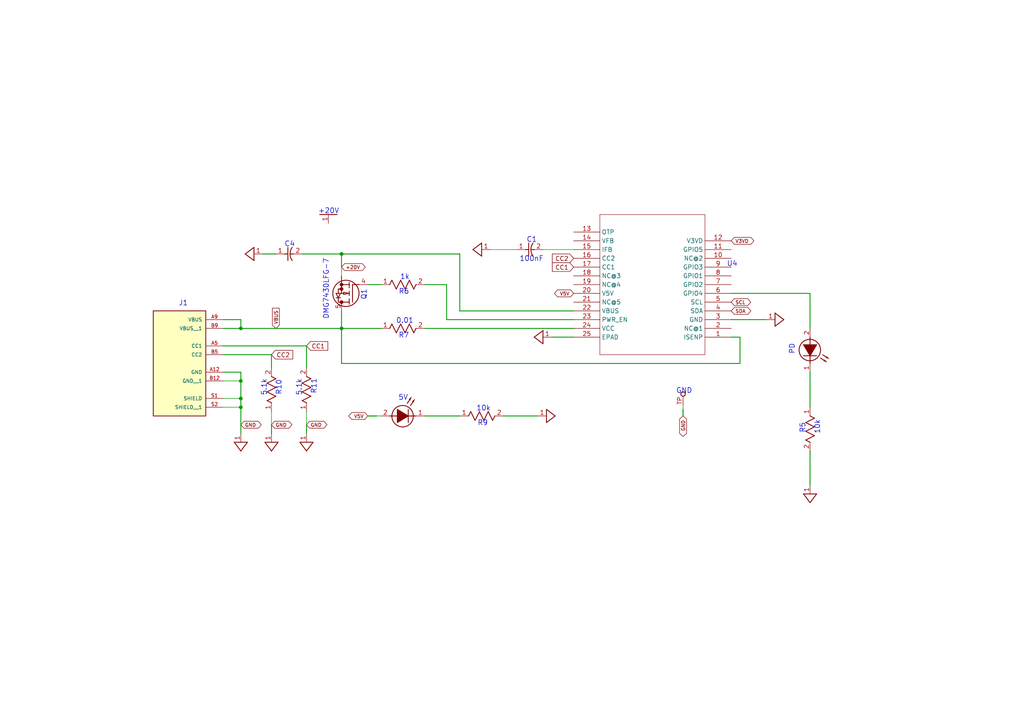
<source format=kicad_sch>
(kicad_sch (version 20231120) (generator "eeschema") (generator_version "8.0")
  (paper "A4")
  (lib_symbols
    (symbol "Clock Controller-eagle-import:+20V_34" (power)
      (symbol "+20V_34_1_0"
        (polyline (pts (xy -2.54 0) (xy 2.54 0)) (stroke (width 0.25)))
        (pin power_in line (at 0 -2.54 90) (length 2.54) (name "+24V") (number "1"))
      )
    )
    (symbol "Clock Controller-eagle-import:AP33772DKZ-13"
      (symbol "AP33772DKZ-13_1_0"
        (polyline (pts (xy -38.1 -5.08) (xy -7.62 -5.08)) (stroke (width 0.127)))
        (polyline (pts (xy -38.1 35.56) (xy -38.1 -5.08)) (stroke (width 0.127)))
        (polyline (pts (xy -7.62 -5.08) (xy -7.62 35.56)) (stroke (width 0.127)))
        (polyline (pts (xy -7.62 35.56) (xy -38.1 35.56)) (stroke (width 0.127)))
        (pin bidirectional line (at 0 0 180) (length 7.62) (name "ISENP") (number "1"))
        (pin passive line (at 0 22.86 180) (length 7.62) (name "NC@2") (number "10"))
        (pin bidirectional line (at 0 25.4 180) (length 7.62) (name "GPIO5") (number "11"))
        (pin power_in line (at 0 27.94 180) (length 7.62) (name "V3VD") (number "12"))
        (pin bidirectional line (at -45.72 30.48 0) (length 7.62) (name "OTP") (number "13"))
        (pin input line (at -45.72 27.94 0) (length 7.62) (name "VFB") (number "14"))
        (pin input line (at -45.72 25.4 0) (length 7.62) (name "IFB") (number "15"))
        (pin bidirectional line (at -45.72 22.86 0) (length 7.62) (name "CC2") (number "16"))
        (pin bidirectional line (at -45.72 20.32 0) (length 7.62) (name "CC1") (number "17"))
        (pin passive line (at -45.72 17.78 0) (length 7.62) (name "NC@3") (number "18"))
        (pin passive line (at -45.72 15.24 0) (length 7.62) (name "NC@4") (number "19"))
        (pin passive line (at 0 2.54 180) (length 7.62) (name "NC@1") (number "2"))
        (pin power_in line (at -45.72 12.7 0) (length 7.62) (name "V5V") (number "20"))
        (pin passive line (at -45.72 10.16 0) (length 7.62) (name "NC@5") (number "21"))
        (pin power_in line (at -45.72 7.62 0) (length 7.62) (name "VBUS") (number "22"))
        (pin power_in line (at -45.72 5.08 0) (length 7.62) (name "PWR_EN") (number "23"))
        (pin power_in line (at -45.72 2.54 0) (length 7.62) (name "VCC") (number "24"))
        (pin power_in line (at -45.72 0 0) (length 7.62) (name "EPAD") (number "25"))
        (pin power_in line (at 0 5.08 180) (length 7.62) (name "GND") (number "3"))
        (pin bidirectional line (at 0 7.62 180) (length 7.62) (name "SDA") (number "4"))
        (pin bidirectional line (at 0 10.16 180) (length 7.62) (name "SCL") (number "5"))
        (pin bidirectional line (at 0 12.7 180) (length 7.62) (name "GPIO4") (number "6"))
        (pin bidirectional line (at 0 15.24 180) (length 7.62) (name "GPIO2") (number "7"))
        (pin bidirectional line (at 0 17.78 180) (length 7.62) (name "GPIO1") (number "8"))
        (pin bidirectional line (at 0 20.32 180) (length 7.62) (name "GPIO3") (number "9"))
      )
    )
    (symbol "Clock Controller-eagle-import:CAP_0805"
      (symbol "CAP_0805_1_0"
        (polyline (pts (xy -1.27 0) (xy -0.33 0)) (stroke (width 0.25)))
        (polyline (pts (xy -0.33 -1.905) (xy -0.33 1.905)) (stroke (width 0.25)))
        (polyline (pts (xy 0.305 0) (xy 1.27 0)) (stroke (width 0.25)))
        (arc (start 0.944 1.911) (mid 0.3044 0.0001) (end 0.9439 -1.9109) (stroke (width 0.254)))
        (pin passive line (at -3.81 0 0) (length 2.54) (name "1") (number "1"))
        (pin passive line (at 3.81 0 180) (length 2.54) (name "2") (number "2"))
      )
    )
    (symbol "Clock Controller-eagle-import:CAP_1206"
      (symbol "CAP_1206_1_0"
        (polyline (pts (xy -1.27 0) (xy -0.33 0)) (stroke (width 0.25)))
        (polyline (pts (xy -0.33 -1.905) (xy -0.33 1.905)) (stroke (width 0.25)))
        (polyline (pts (xy 0.305 0) (xy 1.27 0)) (stroke (width 0.25)))
        (arc (start 0.944 1.911) (mid 0.3044 0.0001) (end 0.9439 -1.9109) (stroke (width 0.254)))
        (pin passive line (at -3.81 0 0) (length 2.54) (name "1") (number "1"))
        (pin passive line (at 3.81 0 180) (length 2.54) (name "2") (number "2"))
      )
    )
    (symbol "Clock Controller-eagle-import:DMG7430LFG-7"
      (symbol "DMG7430LFG-7_1_0"
        (polyline (pts (xy 3.81 0) (xy 5.715 0)) (stroke (width 0.25)))
        (polyline (pts (xy 5.715 0) (xy 5.715 5.08)) (stroke (width 0.25)))
        (polyline (pts (xy 6.655 -0.635) (xy 6.655 0.94)) (stroke (width 0.25)))
        (polyline (pts (xy 6.655 0) (xy 8.89 0)) (stroke (width 0.25)))
        (polyline (pts (xy 6.655 1.905) (xy 6.655 3.175)) (stroke (width 0.25)))
        (polyline (pts (xy 6.655 2.54) (xy 6.985 2.54)) (stroke (width 0.25)))
        (polyline (pts (xy 6.655 4.115) (xy 6.655 5.715)) (stroke (width 0.25)))
        (polyline (pts (xy 6.655 5.08) (xy 9.83 5.08)) (stroke (width 0.25)))
        (polyline (pts (xy 6.985 2.54) (xy 8.255 2.845)) (stroke (width 0.25)))
        (polyline (pts (xy 8.255 2.21) (xy 6.985 2.54)) (stroke (width 0.25)))
        (polyline (pts (xy 8.255 2.54) (xy 8.89 2.54)) (stroke (width 0.25)))
        (polyline (pts (xy 8.255 2.845) (xy 8.255 2.21)) (stroke (width 0.25)))
        (polyline (pts (xy 8.89 0) (xy 8.89 2.54)) (stroke (width 0.25)))
        (polyline (pts (xy 8.89 1.27) (xy 9.83 1.27)) (stroke (width 0.25)))
        (polyline (pts (xy 9.195 2.54) (xy 10.465 2.54)) (stroke (width 0.25)))
        (polyline (pts (xy 9.195 3.81) (xy 10.465 3.81)) (stroke (width 0.25)))
        (polyline (pts (xy 9.83 1.27) (xy 9.83 2.54)) (stroke (width 0.25)))
        (polyline (pts (xy 9.83 3.81) (xy 9.195 2.54)) (stroke (width 0.25)))
        (polyline (pts (xy 9.83 3.81) (xy 9.83 5.08)) (stroke (width 0.25)))
        (polyline (pts (xy 10.465 2.54) (xy 9.83 3.81)) (stroke (width 0.25)))
        (circle (center 7.62 2.54) (radius 3.81) (stroke (width 0.254)))
        (circle (center 8.89 0) (radius 0.025) (stroke (width 0.508)))
        (circle (center 8.89 1.27) (radius 0.025) (stroke (width 0.508)))
        (circle (center 8.89 5.08) (radius 0.025) (stroke (width 0.508)))
        (pin passive line (at 8.89 -2.54 90) (length 2.54) (name "S") (number "1"))
        (pin passive line (at 8.89 -2.54 90) (length 2.54) (name "S") (number "2"))
        (pin passive line (at 1.27 0 0) (length 2.54) (name "G") (number "4"))
        (pin passive line (at 8.89 7.62 270) (length 2.54) (name "D") (number "5"))
      )
    )
    (symbol "Clock Controller-eagle-import:GND_DIGITAL" (power)
      (symbol "GND_DIGITAL_1_0"
        (polyline (pts (xy -1.905 1.27) (xy 0 -1.27)) (stroke (width 0.25)))
        (polyline (pts (xy -1.905 1.27) (xy 1.905 1.27)) (stroke (width 0.25)))
        (polyline (pts (xy 0 -1.27) (xy 1.905 1.27)) (stroke (width 0.25)))
        (pin power_in line (at 0 3.81 270) (length 2.54) (name "GNDD") (number "1"))
      )
    )
    (symbol "Clock Controller-eagle-import:LED_1206(3216_METRIC)_N_BLUE"
      (symbol "LED_1206(3216_METRIC)_N_BLUE_1_0"
        (circle (center -0.067 -0.067) (radius 3.108) (stroke (width 0.254)))
        (polyline (pts (xy -3.81 0) (xy -1.6 0)) (stroke (width 0.25)))
        (polyline (pts (xy -1.6 -1.905) (xy 1.575 0)) (stroke (width 0.25)))
        (polyline (pts (xy -1.6 1.905) (xy -1.6 -1.905)) (stroke (width 0.25)))
        (polyline (pts (xy 1.295 3.677) (xy 1.988 4.722)) (stroke (width 0.25)))
        (polyline (pts (xy 1.575 -1.905) (xy 1.575 1.905)) (stroke (width 0.25)))
        (polyline (pts (xy 1.575 0) (xy -1.6 1.905)) (stroke (width 0.25)))
        (polyline (pts (xy 1.575 0) (xy 3.81 0)) (stroke (width 0.25)))
        (polyline (pts (xy 2.248 3.042) (xy 2.94 4.087)) (stroke (width 0.25)))
        (polyline (pts (xy -1.6 1.905) (xy 1.575 0) (xy -1.6 -1.905)) (stroke (width 0.002)) (fill (type outline)))
        (polyline (pts (xy 2.54 5.556) (xy 1.779 4.86) (xy 2.196 4.584)) (stroke (width 0.002)) (fill (type outline)))
        (polyline (pts (xy 3.492 4.921) (xy 2.732 4.225) (xy 3.149 3.949)) (stroke (width 0.002)) (fill (type outline)))
        (pin passive line (at 6.35 0 180) (length 2.54) (name "K") (number "1"))
        (pin passive line (at -6.35 0 0) (length 2.54) (name "A") (number "2"))
      )
    )
    (symbol "Clock Controller-eagle-import:LED_1206(3216_METRIC)_N_GREEN"
      (symbol "LED_1206(3216_METRIC)_N_GREEN_1_0"
        (circle (center -0.067 -0.067) (radius 3.108) (stroke (width 0.254)))
        (polyline (pts (xy -3.81 0) (xy -1.6 0)) (stroke (width 0.25)))
        (polyline (pts (xy -1.6 -1.905) (xy 1.575 0)) (stroke (width 0.25)))
        (polyline (pts (xy -1.6 1.905) (xy -1.6 -1.905)) (stroke (width 0.25)))
        (polyline (pts (xy 1.295 3.677) (xy 1.988 4.722)) (stroke (width 0.25)))
        (polyline (pts (xy 1.575 -1.905) (xy 1.575 1.905)) (stroke (width 0.25)))
        (polyline (pts (xy 1.575 0) (xy -1.6 1.905)) (stroke (width 0.25)))
        (polyline (pts (xy 1.575 0) (xy 3.81 0)) (stroke (width 0.25)))
        (polyline (pts (xy 2.248 3.042) (xy 2.94 4.087)) (stroke (width 0.25)))
        (polyline (pts (xy -1.6 1.905) (xy 1.575 0) (xy -1.6 -1.905)) (stroke (width 0.002)) (fill (type outline)))
        (polyline (pts (xy 2.54 5.556) (xy 1.779 4.86) (xy 2.196 4.584)) (stroke (width 0.002)) (fill (type outline)))
        (polyline (pts (xy 3.492 4.921) (xy 2.732 4.225) (xy 3.149 3.949)) (stroke (width 0.002)) (fill (type outline)))
        (pin passive line (at 6.35 0 180) (length 2.54) (name "K") (number "1"))
        (pin passive line (at -6.35 0 0) (length 2.54) (name "A") (number "2"))
      )
    )
    (symbol "Clock Controller-eagle-import:RES_0805"
      (symbol "RES_0805_1_0"
        (polyline (pts (xy -3.81 0) (xy -3.175 1.27)) (stroke (width 0.25)))
        (polyline (pts (xy -3.175 1.27) (xy -1.905 -1.27)) (stroke (width 0.25)))
        (polyline (pts (xy -1.905 -1.27) (xy -0.635 1.27)) (stroke (width 0.25)))
        (polyline (pts (xy -0.635 1.27) (xy 0.635 -1.27)) (stroke (width 0.25)))
        (polyline (pts (xy 0.635 -1.27) (xy 1.905 1.27)) (stroke (width 0.25)))
        (polyline (pts (xy 1.905 1.27) (xy 3.175 -1.27)) (stroke (width 0.25)))
        (polyline (pts (xy 3.175 -1.27) (xy 3.81 0)) (stroke (width 0.25)))
        (pin passive line (at -6.35 0 0) (length 2.54) (name "1") (number "1"))
        (pin passive line (at 6.35 0 180) (length 2.54) (name "2") (number "2"))
      )
    )
    (symbol "Clock Controller-eagle-import:RES_1206"
      (symbol "RES_1206_1_0"
        (polyline (pts (xy -3.81 0) (xy -3.175 1.27)) (stroke (width 0.25)))
        (polyline (pts (xy -3.175 1.27) (xy -1.905 -1.27)) (stroke (width 0.25)))
        (polyline (pts (xy -1.905 -1.27) (xy -0.635 1.27)) (stroke (width 0.25)))
        (polyline (pts (xy -0.635 1.27) (xy 0.635 -1.27)) (stroke (width 0.25)))
        (polyline (pts (xy 0.635 -1.27) (xy 1.905 1.27)) (stroke (width 0.25)))
        (polyline (pts (xy 1.905 1.27) (xy 3.175 -1.27)) (stroke (width 0.25)))
        (polyline (pts (xy 3.175 -1.27) (xy 3.81 0)) (stroke (width 0.25)))
        (pin passive line (at -6.35 0 0) (length 2.54) (name "1") (number "1"))
        (pin passive line (at 6.35 0 180) (length 2.54) (name "2") (number "2"))
      )
    )
    (symbol "Clock Controller-eagle-import:TP_1.25MM"
      (symbol "TP_1.25MM_1_0"
        (circle (center 0 0.635) (radius 0.635) (stroke (width 0.254)))
        (pin passive line (at 0 -2.54 90) (length 2.54) (name "TP") (number "TP"))
      )
    )
    (symbol "Connector USB:UJC-VP-3-SMT-TR" (pin_names (offset 1.016))
      (property "Reference" "J" (at -7.62 10.922 0))
      (property "Value" "UJC-VP-3-SMT-TR" (at -7.62 -21.082 0))
      (symbol "UJC-VP-3-SMT-TR_0_0"
        (rectangle (start -7.62 -20.32) (end 7.62 10.16) (stroke (width 0.254)) (fill (type background)))
        (pin power_in line (at 12.7 -7.62 180) (length 5.08) (name "GND") (number "A12"))
        (pin passive line (at 12.7 0 180) (length 5.08) (name "CC1") (number "A5"))
        (pin power_in line (at 12.7 7.62 180) (length 5.08) (name "VBUS") (number "A9"))
        (pin power_in line (at 12.7 -10.16 180) (length 5.08) (name "GND__1") (number "B12"))
        (pin passive line (at 12.7 -2.54 180) (length 5.08) (name "CC2") (number "B5"))
        (pin power_in line (at 12.7 5.08 180) (length 5.08) (name "VBUS__1") (number "B9"))
        (pin passive line (at 12.7 -15.24 180) (length 5.08) (name "SHIELD") (number "S1"))
        (pin passive line (at 12.7 -17.78 180) (length 5.08) (name "SHIELD__1") (number "S2"))
      )
    )
  )
  (junction (at 69.85 95.25))
  (junction (at 69.85 115.57))
  (junction (at 99.06 95.25))
  (junction (at 99.06 73.66))
  (junction (at 69.85 110.49))
  (junction (at 69.85 118.11))
  (wire (pts (xy 78.74 123.19) (xy 78.74 119.38)))
  (wire (pts (xy 129.54 92.71) (xy 129.54 82.55)) (stroke (width 0.25)))
  (wire (pts (xy 88.9 123.19) (xy 88.9 125.73)) (stroke (width 0.25)))
  (wire (pts (xy 214.63 97.79) (xy 214.63 105.41)) (stroke (width 0.25)))
  (wire (pts (xy 146.05 120.65) (xy 155.956 120.65)) (stroke (width 0.25)))
  (wire (pts (xy 198.12 120.65) (xy 198.12 118.745)) (stroke (width 0.25)))
  (wire (pts (xy 106.68 120.65) (xy 109.22 120.65)) (stroke (width 0.25)))
  (wire (pts (xy 78.74 123.19) (xy 78.74 125.73)) (stroke (width 0.25)))
  (wire (pts (xy 99.06 77.47) (xy 99.06 80.01)))
  (wire (pts (xy 212.09 97.79) (xy 214.63 97.79)) (stroke (width 0.25)))
  (wire (pts (xy 110.49 82.55) (xy 106.68 82.55)) (stroke (width 0.25)))
  (wire (pts (xy 64.77 118.11) (xy 69.85 118.11)))
  (wire (pts (xy 99.06 95.25) (xy 69.85 95.25)) (stroke (width 0.25)))
  (wire (pts (xy 110.49 95.25) (xy 99.06 95.25)) (stroke (width 0.25)))
  (wire (pts (xy 69.85 118.11) (xy 69.85 115.57)))
  (wire (pts (xy 99.06 77.47) (xy 99.06 73.66)) (stroke (width 0.25)))
  (wire (pts (xy 123.19 95.25) (xy 166.37 95.25)) (stroke (width 0.25)))
  (wire (pts (xy 198.12 120.65) (xy 198.12 117.475)))
  (wire (pts (xy 99.06 73.66) (xy 133.35 73.66)) (stroke (width 0.25)))
  (wire (pts (xy 99.06 90.17) (xy 99.06 95.25)) (stroke (width 0.25)))
  (wire (pts (xy 166.37 92.71) (xy 129.54 92.71)) (stroke (width 0.25)))
  (wire (pts (xy 234.95 107.95) (xy 234.95 118.11)) (stroke (width 0.25)))
  (wire (pts (xy 133.35 73.66) (xy 133.35 90.17)) (stroke (width 0.25)))
  (wire (pts (xy 142.24 72.39) (xy 149.86 72.39)))
  (wire (pts (xy 212.09 85.09) (xy 234.95 85.09)) (stroke (width 0.25)))
  (wire (pts (xy 64.77 92.71) (xy 69.85 92.71)) (stroke (width 0.25)))
  (wire (pts (xy 87.63 73.66) (xy 99.06 73.66)) (stroke (width 0.25)))
  (wire (pts (xy 64.77 102.87) (xy 78.74 102.87)) (stroke (width 0.25)))
  (wire (pts (xy 123.19 120.65) (xy 133.35 120.65)) (stroke (width 0.25)))
  (wire (pts (xy 78.74 102.87) (xy 78.74 106.68)) (stroke (width 0.25)))
  (wire (pts (xy 234.95 130.81) (xy 234.95 140.716)) (stroke (width 0.25)))
  (wire (pts (xy 69.85 115.57) (xy 69.85 113.03)))
  (wire (pts (xy 133.35 90.17) (xy 166.37 90.17)) (stroke (width 0.25)))
  (wire (pts (xy 160.02 97.79) (xy 166.37 97.79)) (stroke (width 0.25)))
  (wire (pts (xy 80.01 73.66) (xy 76.2 73.66)) (stroke (width 0.25)))
  (wire (pts (xy 88.9 100.33) (xy 88.9 106.68)) (stroke (width 0.25)))
  (wire (pts (xy 69.85 107.95) (xy 69.85 110.49)) (stroke (width 0.25)))
  (wire (pts (xy 69.85 110.49) (xy 69.85 107.95)))
  (wire (pts (xy 64.77 100.33) (xy 88.9 100.33)) (stroke (width 0.25)))
  (wire (pts (xy 129.54 82.55) (xy 123.19 82.55)) (stroke (width 0.25)))
  (wire (pts (xy 88.9 123.19) (xy 88.9 119.38)))
  (wire (pts (xy 214.63 105.41) (xy 99.06 105.41)) (stroke (width 0.25)))
  (wire (pts (xy 99.06 105.41) (xy 99.06 95.25)) (stroke (width 0.25)))
  (wire (pts (xy 106.68 120.65) (xy 110.49 120.65)))
  (wire (pts (xy 64.77 115.57) (xy 69.85 115.57)))
  (wire (pts (xy 157.48 72.39) (xy 166.37 72.39)))
  (wire (pts (xy 69.85 115.57) (xy 69.85 118.11)) (stroke (width 0.25)))
  (wire (pts (xy 64.77 110.49) (xy 69.85 110.49)))
  (wire (pts (xy 64.77 107.95) (xy 69.85 107.95)) (stroke (width 0.25)))
  (wire (pts (xy 69.85 118.11) (xy 69.85 125.73)) (stroke (width 0.25)))
  (wire (pts (xy 234.95 85.09) (xy 234.95 95.25)) (stroke (width 0.25)))
  (wire (pts (xy 69.85 92.71) (xy 69.85 95.25)) (stroke (width 0.25)))
  (wire (pts (xy 212.09 92.71) (xy 222.25 92.71)) (stroke (width 0.25)))
  (wire (pts (xy 69.85 110.49) (xy 69.85 115.57)) (stroke (width 0.25)))
  (wire (pts (xy 69.85 95.25) (xy 64.77 95.25)) (stroke (width 0.25)))
  (text "0.01" (at 114.857 93.98 0) (effects (font (size 1.48 1.48)) (justify left bottom)))
  (text "R10" (at 80.01 114.704 90) (effects (font (size 1.48 1.48)) (justify left top)))
  (text "10k" (at 236.22 126.025 90) (effects (font (size 1.48 1.48)) (justify left top)))
  (text "+20V" (at 92.284 62.17 0) (effects (font (size 1.48 1.48)) (justify left bottom)))
  (text "R6" (at 115.621 83.82 0) (effects (font (size 1.48 1.48)) (justify left top)))
  (text "5.1k" (at 77.47 114.903 90) (effects (font (size 1.48 1.48)) (justify left bottom)))
  (text "R7" (at 115.584 96.52 0) (effects (font (size 1.48 1.48)) (justify left top)))
  (text "C4" (at 82.491 71.749 0) (effects (font (size 1.48 1.48)) (justify left bottom)))
  (text "R11" (at 90.17 114.377 90) (effects (font (size 1.48 1.48)) (justify left top)))
  (text "U4" (at 210.798 77.47 0) (effects (font (size 1.48 1.48)) (justify left bottom)))
  (text "Q1" (at 106.426 87.122 90) (effects (font (size 1.48 1.48)) (justify left bottom)))
  (text "PD" (at 230.584 102.856 90) (effects (font (size 1.48 1.48)) (justify left bottom)))
  (text "C1" (at 152.705 70.479 0) (effects (font (size 1.48 1.48)) (justify left bottom)))
  (text "GND" (at 196.082 114.3 0) (effects (font (size 1.48 1.48)) (justify left bottom)))
  (text "100nF" (at 150.65 74.301 0) (effects (font (size 1.48 1.48)) (justify left top)))
  (text "5.1k" (at 87.63 114.903 90) (effects (font (size 1.48 1.48)) (justify left bottom)))
  (text "1k" (at 116.021 81.28 0) (effects (font (size 1.48 1.48)) (justify left bottom)))
  (text "10k" (at 138.135 119.38 0) (effects (font (size 1.48 1.48)) (justify left bottom)))
  (text "DMG7430LFG-7" (at 93.726 92.71 90) (effects (font (size 1.48 1.48)) (justify left top)))
  (text "5V" (at 115.511 116.284 0) (effects (font (size 1.48 1.48)) (justify left bottom)))
  (text "R5" (at 233.68 125.716 90) (effects (font (size 1.48 1.48)) (justify left bottom)))
  (text "J1" (at 51.816 88.9 0) (effects (font (size 1.48 1.48)) (justify left bottom)))
  (text "R9" (at 138.48 121.92 0) (effects (font (size 1.48 1.48)) (justify left top)))
  (global_label "GND" (shape bidirectional) (at 198.12 120.65 270) (effects (font (size 1.016 1.016))) (property "Intersheetrefs" "${INTERSHEET_REFS}" (effects (hide yes))))
  (global_label "GND" (shape bidirectional) (at 78.74 123.19 0) (effects (font (size 1.016 1.016))) (property "Intersheetrefs" "${INTERSHEET_REFS}" (effects (hide yes))))
  (global_label "V5V" (shape bidirectional) (at 166.37 85.09 180) (effects (font (size 1.016 1.016))) (property "Intersheetrefs" "${INTERSHEET_REFS}" (effects (hide yes))))
  (global_label "V3VD" (shape bidirectional) (at 212.09 69.85 0) (effects (font (size 1.016 1.016))) (property "Intersheetrefs" "${INTERSHEET_REFS}" (effects (hide yes))))
  (global_label "SCL" (shape bidirectional) (at 212.09 87.63 0) (effects (font (size 1.016 1.016))) (property "Intersheetrefs" "${INTERSHEET_REFS}" (effects (hide yes))))
  (global_label "GND" (shape bidirectional) (at 69.85 123.19 0) (effects (font (size 1.016 1.016))) (property "Intersheetrefs" "${INTERSHEET_REFS}" (effects (hide yes))))
  (global_label "CC2" (shape input) (at 78.74 102.87 0) (property "Intersheetrefs" "${INTERSHEET_REFS}" (effects (hide yes))))
  (global_label "CC1" (shape input) (at 166.37 77.47 180) (property "Intersheetrefs" "${INTERSHEET_REFS}" (effects (hide yes))))
  (global_label "GND" (shape bidirectional) (at 88.9 123.19 0) (effects (font (size 1.016 1.016))) (property "Intersheetrefs" "${INTERSHEET_REFS}" (effects (hide yes))))
  (global_label "+20V" (shape bidirectional) (at 99.06 77.47 0) (effects (font (size 1.016 1.016))) (property "Intersheetrefs" "${INTERSHEET_REFS}" (effects (hide yes))))
  (global_label "CC2" (shape input) (at 166.37 74.93 180) (property "Intersheetrefs" "${INTERSHEET_REFS}" (effects (hide yes))))
  (global_label "CC1" (shape input) (at 88.9 100.33 0) (property "Intersheetrefs" "${INTERSHEET_REFS}" (effects (hide yes))))
  (global_label "V5V" (shape bidirectional) (at 106.68 120.65 180) (effects (font (size 1.016 1.016))) (property "Intersheetrefs" "${INTERSHEET_REFS}" (effects (hide yes))))
  (global_label "VBUS" (shape input) (at 80.01 95.25 90) (effects (font (size 1.016 1.016))) (property "Intersheetrefs" "${INTERSHEET_REFS}" (effects (hide yes))))
  (global_label "SDA" (shape bidirectional) (at 212.09 90.17 0) (effects (font (size 1.016 1.016))) (property "Intersheetrefs" "${INTERSHEET_REFS}" (effects (hide yes))))
  (symbol (lib_id "Clock Controller-eagle-import:CAP_1206") (at 83.82 73.66 0) (unit 1)
    (property "Reference" "C4" (effects (hide yes)))
    (property "Value" "1uF" (effects (hide yes)))
    (property "Footprint" "Capacitor_SMD:C_1206_3216Metric" (effects (hide yes)))
  )
  (symbol (lib_id "Clock Controller-eagle-import:GND_DIGITAL") (at 226.06 92.71 90) (unit 1)
    (property "Reference" "#NetPort023" (effects (hide yes)))
    (property "Value" "GND_DIGITAL" (effects (hide yes)))
  )
  (symbol (lib_id "Clock Controller-eagle-import:GND_DIGITAL") (at 72.39 73.66 270) (unit 1)
    (property "Reference" "#NetPort06" (effects (hide yes)))
    (property "Value" "GND_DIGITAL" (effects (hide yes)))
  )
  (symbol (lib_id "Clock Controller-eagle-import:LED_1206(3216_METRIC)_N_BLUE") (at 234.95 101.6 270) (unit 1)
    (property "Reference" "PD0" (effects (hide yes)))
    (property "Value" "LED_1206(3216_METRIC)_N_BLUE" (effects (hide yes)))
    (property "Footprint" "LED_SMD:LED_1206_3216Metric" (effects (hide yes)))
  )
  (symbol (lib_id "Clock Controller-eagle-import:RES_1206") (at 116.84 95.25 0) (unit 1)
    (property "Reference" "R7" (effects (hide yes)))
    (property "Value" "0.01" (effects (hide yes)))
    (property "Footprint" "Resistor_SMD:R_1206_3216Metric" (effects (hide yes)))
  )
  (symbol (lib_id "Clock Controller-eagle-import:GND_DIGITAL") (at 159.766 120.65 90) (unit 1)
    (property "Reference" "#NetPort021" (effects (hide yes)))
    (property "Value" "GND_DIGITAL" (effects (hide yes)))
  )
  (symbol (lib_id "Clock Controller-eagle-import:GND_DIGITAL") (at 156.21 97.79 270) (unit 1)
    (property "Reference" "#NetPort01" (effects (hide yes)))
    (property "Value" "GND_DIGITAL" (effects (hide yes)))
  )
  (symbol (lib_id "Clock Controller-eagle-import:RES_0805") (at 116.84 82.55 0) (unit 1)
    (property "Reference" "R6" (effects (hide yes)))
    (property "Value" "1k" (effects (hide yes)))
    (property "Footprint" "Resistor_SMD:R_0805_2012Metric" (effects (hide yes)))
  )
  (symbol (lib_id "Clock Controller-eagle-import:CAP_0805") (at 153.67 72.39 0) (unit 1)
    (property "Reference" "C1" (effects (hide yes)))
    (property "Value" "100nF" (effects (hide yes)))
    (property "Footprint" "Capacitor_SMD:C_0805_2012Metric" (effects (hide yes)))
  )
  (symbol (lib_id "Connector USB:UJC-VP-3-SMT-TR") (at 52.07 100.33 0) (unit 1)
    (property "Reference" "J1" (effects (hide yes)))
    (property "Value" "UJC-VP-3-SMT-TR" (effects (hide yes)))
    (property "Footprint" "Connector USB:CUI_UJC-VP-3-SMT-TR" (effects (hide yes)))
    (property "PARTREV" "1.0" (effects (hide yes)))
    (property "STANDARD" "Manufacturer Recommendation" (effects (hide yes)))
    (property "MANUFACTURER" "CUI Devices" (effects (hide yes)))
    (property "MAXIMUM_PACKAGE_HEIGHT" "2.96 mm" (effects (hide yes)))
    (property "SNAPEDA_PN" "UJC-VP-3-SMT-TR" (effects (hide yes)))
  )
  (symbol (lib_id "Clock Controller-eagle-import:GND_DIGITAL") (at 78.74 129.54 0) (unit 1)
    (property "Reference" "#NetPort025" (effects (hide yes)))
    (property "Value" "GND_DIGITAL" (effects (hide yes)))
  )
  (symbol (lib_id "Clock Controller-eagle-import:RES_0805") (at 139.7 120.65 0) (unit 1)
    (property "Reference" "R9" (effects (hide yes)))
    (property "Value" "10k" (effects (hide yes)))
    (property "Footprint" "Resistor_SMD:R_0805_2012Metric" (effects (hide yes)))
  )
  (symbol (lib_id "Clock Controller-eagle-import:TP_1.25MM") (at 198.12 114.935 0) (unit 1)
    (property "Reference" "GND0" (effects (hide yes)))
    (property "Value" "Most Density" (effects (hide yes)))
    (property "Footprint" "Clock Controller:TP_1.25MM" (effects (hide yes)))
  )
  (symbol (lib_id "Clock Controller-eagle-import:RES_0805") (at 234.95 124.46 270) (unit 1)
    (property "Reference" "R5" (effects (hide yes)))
    (property "Value" "10k" (effects (hide yes)))
    (property "Footprint" "Resistor_SMD:R_0805_2012Metric" (effects (hide yes)))
  )
  (symbol (lib_id "Clock Controller-eagle-import:GND_DIGITAL") (at 138.43 72.39 270) (unit 1)
    (property "Reference" "#NetPort024" (effects (hide yes)))
    (property "Value" "GND_DIGITAL" (effects (hide yes)))
  )
  (symbol (lib_id "Clock Controller-eagle-import:LED_1206(3216_METRIC)_N_GREEN") (at 116.84 120.65 0) (unit 1)
    (property "Reference" "UNK5V0" (effects (hide yes)))
    (property "Value" "LED_1206(3216_METRIC)_N_GREEN" (effects (hide yes)))
    (property "Footprint" "LED_SMD:LED_1206_3216Metric" (effects (hide yes)))
  )
  (symbol (lib_id "Clock Controller-eagle-import:RES_0805") (at 88.9 113.03 90) (unit 1)
    (property "Reference" "R11" (effects (hide yes)))
    (property "Value" "5.1k" (effects (hide yes)))
    (property "Footprint" "Resistor_SMD:R_0805_2012Metric" (effects (hide yes)))
  )
  (symbol (lib_id "Clock Controller-eagle-import:AP33772DKZ-13") (at 212.09 97.79 0) (unit 1)
    (property "Reference" "U4" (effects (hide yes)))
    (property "Value" "AP33772DKZ-13" (effects (hide yes)))
    (property "Footprint" "Package_DFN_QFN:QFN-24-1EP_4x4mm_P0.5mm_EP2.7x2.7mm" (effects (hide yes)))
  )
  (symbol (lib_id "Clock Controller-eagle-import:DMG7430LFG-7") (at 107.95 82.55 180) (unit 1)
    (property "Reference" "Q1" (effects (hide yes)))
    (property "Value" "DMG7430LFG-7" (effects (hide yes)))
    (property "Footprint" "Diodes Incorporated:TRANS_DMP3017SFGQ-7" (effects (hide yes)))
  )
  (symbol (lib_id "Clock Controller-eagle-import:GND_DIGITAL") (at 88.9 129.54 0) (unit 1)
    (property "Reference" "#NetPort026" (effects (hide yes)))
    (property "Value" "GND_DIGITAL" (effects (hide yes)))
  )
  (symbol (lib_id "Clock Controller-eagle-import:RES_0805") (at 78.74 113.03 90) (unit 1)
    (property "Reference" "R10" (effects (hide yes)))
    (property "Value" "5.1k" (effects (hide yes)))
    (property "Footprint" "Resistor_SMD:R_0805_2012Metric" (effects (hide yes)))
  )
  (symbol (lib_id "Clock Controller-eagle-import:+20V_34") (at 95.25 62.23 0) (unit 1)
    (property "Reference" "#NetPort018" (effects (hide yes)))
    (property "Value" "+20V_34" (effects (hide yes)))
  )
  (symbol (lib_id "Clock Controller-eagle-import:GND_DIGITAL") (at 69.85 129.54 0) (unit 1)
    (property "Reference" "#NetPort017" (effects (hide yes)))
    (property "Value" "GND_DIGITAL" (effects (hide yes)))
  )
  (symbol (lib_id "Clock Controller-eagle-import:GND_DIGITAL") (at 234.95 144.526 0) (unit 1)
    (property "Reference" "#NetPort022" (effects (hide yes)))
    (property "Value" "GND_DIGITAL" (effects (hide yes)))
  )
)
</source>
